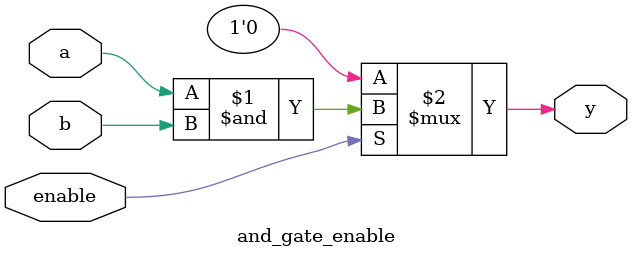
<source format=sv>
module and_gate_enable (
    input wire a,      // Input A
    input wire b,      // Input B
    input wire enable, // Enable signal
    output wire y      // Output Y
);
    assign y = (enable) ? (a & b) : 1'b0;  // AND operation with enable
endmodule

</source>
